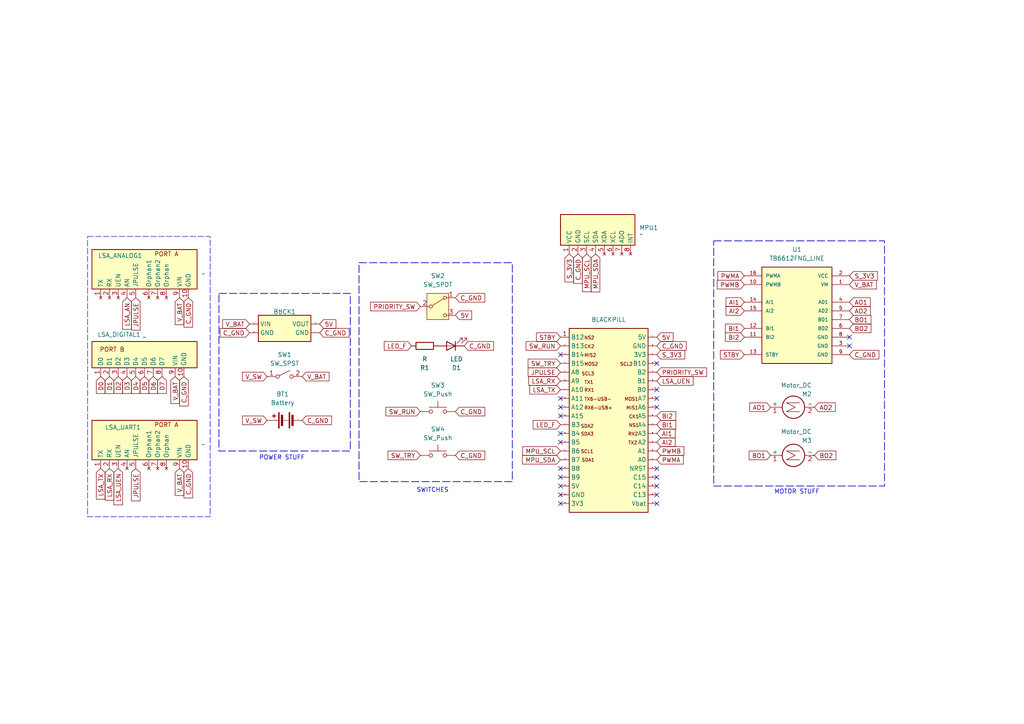
<source format=kicad_sch>
(kicad_sch (version 20231120) (generator "eeschema") (generator_version "8.0")
  (paper "A4")
  (lib_symbols
    (symbol "Device:Battery" (pin_numbers hide) (pin_names (offset 0) hide)
      (property "Reference" "BT" (at 2.54 2.54 0))
      (property "Value" "Battery" (at 2.54 0 0))
      (symbol "Battery_0_1"
        (rectangle (start -2.286 -1.27) (end 2.286 -1.524) (fill (type outline)))
        (rectangle (start -2.286 1.778) (end 2.286 1.524) (fill (type outline)))
        (rectangle (start -1.524 -2.032) (end 1.524 -2.54) (fill (type outline)))
        (rectangle (start -1.524 1.016) (end 1.524 0.508) (fill (type outline)))
        (polyline (pts (xy 0 -1.016) (xy 0 -0.762)))
        (polyline (pts (xy 0 -0.508) (xy 0 -0.254)))
        (polyline (pts (xy 0 0) (xy 0 0.254)))
        (polyline (pts (xy 0 1.778) (xy 0 2.54)))
        (polyline (pts (xy 0.762 3.048) (xy 1.778 3.048)) (stroke (width 0.254)))
        (polyline (pts (xy 1.27 3.556) (xy 1.27 2.54)) (stroke (width 0.254)))
      )
      (symbol "Battery_1_1"
        (pin passive line (at 0 5.08 270) (length 2.54) (name "+") (number "1"))
        (pin passive line (at 0 -5.08 90) (length 2.54) (name "-") (number "2"))
      )
    )
    (symbol "Device:LED" (pin_numbers hide) (pin_names (offset 1.016) hide)
      (property "Reference" "D" (at 0 2.54 0))
      (property "Value" "LED" (at 0 -2.54 0))
      (symbol "LED_0_1"
        (polyline (pts (xy -1.27 -1.27) (xy -1.27 1.27)) (stroke (width 0.254)))
        (polyline (pts (xy -1.27 0) (xy 1.27 0)))
        (polyline (pts (xy 1.27 -1.27) (xy 1.27 1.27) (xy -1.27 0) (xy 1.27 -1.27)) (stroke (width 0.254)))
        (polyline (pts (xy -3.048 -0.762) (xy -4.572 -2.286) (xy -3.81 -2.286) (xy -4.572 -2.286) (xy -4.572 -1.524)))
        (polyline (pts (xy -1.778 -0.762) (xy -3.302 -2.286) (xy -2.54 -2.286) (xy -3.302 -2.286) (xy -3.302 -1.524)))
      )
      (symbol "LED_1_1"
        (pin passive line (at -3.81 0 0) (length 2.54) (name "K") (number "1"))
        (pin passive line (at 3.81 0 180) (length 2.54) (name "A") (number "2"))
      )
    )
    (symbol "Device:R" (pin_numbers hide) (pin_names (offset 0))
      (property "Reference" "R" (at 2.032 0 90))
      (property "Value" "R" (at 0 0 90))
      (symbol "R_0_1"
        (rectangle (start -1.016 -2.54) (end 1.016 2.54) (stroke (width 0.254)))
      )
      (symbol "R_1_1"
        (pin passive line (at 0 3.81 270) (length 1.27) (name "~") (number "1"))
        (pin passive line (at 0 -3.81 90) (length 1.27) (name "~") (number "2"))
      )
    )
    (symbol "LINE_F_SYM_LIB:BUCK_LINE"
      (property "Reference" "BUCK" (at 7.112 13.97 0))
      (symbol "BUCK_LINE_1_0"
        (rectangle (start 0 12.7) (end 15.24 5.08) (stroke (width 0.254)) (fill (type background)))
        (pin power_in line (at -2.54 10.16 0) (length 2.54) (name "VIN") (number "1"))
        (pin power_out line (at 17.78 10.16 180) (length 2.54) (name "VOUT") (number "2"))
        (pin power_in line (at -2.54 7.62 0) (length 2.54) (name "GND") (number "3"))
        (pin power_in line (at 17.78 7.62 180) (length 2.54) (name "GND") (number "4"))
      )
    )
    (symbol "LINE_F_SYM_LIB:FINAL_BLACKPILL_LINE"
      (property "Value" "BLACKPILL" (at -5.842 30.734 0))
      (symbol "FINAL_BLACKPILL_LINE_0_0"
        (text "CK1" (at -0.5588 4.2164 0) (effects (font (size 0.9652 0.9652)) (justify left top)))
        (text "CK2" (at -13.4874 24.5364 0) (effects (font (size 0.9652 0.9652)) (justify left top)))
        (text "MIS1" (at -1.3208 6.7564 0) (effects (font (size 0.9652 0.9652)) (justify left top)))
        (text "MIS2" (at -13.4874 21.9964 0) (effects (font (size 0.9652 0.9652)) (justify left top)))
        (text "MOS1" (at -1.8288 9.2964 0) (effects (font (size 0.9652 0.9652)) (justify left top)))
        (text "MOS2" (at -13.4874 19.4564 0) (effects (font (size 0.9652 0.9652)) (justify left top)))
        (text "NS1" (at -0.5588 1.7018 0) (effects (font (size 0.9652 0.9652)) (justify left top)))
        (text "NS2" (at -13.4874 27.0764 0) (effects (font (size 0.9652 0.9652)) (justify left top)))
        (text "RX1" (at -13.462 11.8872 0) (effects (font (size 0.9652 0.9652)) (justify left top)))
        (text "RX2" (at -0.762 -0.8128 0) (effects (font (size 0.9652 0.9652)) (justify left top)))
        (text "RX6-USB+" (at -13.4874 6.7564 0) (effects (font (size 0.9652 0.9652)) (justify left top)))
        (text "SCL1" (at -14.478 -5.8928 0) (effects (font (size 0.9652 0.9652)) (justify left top)))
        (text "SCL2" (at -3.0988 19.4564 0) (effects (font (size 0.9652 0.9652)) (justify left top)))
        (text "SCL3" (at -14.2494 16.6624 0) (effects (font (size 0.9652 0.9652)) (justify left top)))
        (text "SDA1" (at -14.224 -8.382 0) (effects (font (size 0.9652 0.9652)) (justify left top)))
        (text "SDA2" (at -14.478 1.4732 0) (effects (font (size 0.9652 0.9652)) (justify left top)))
        (text "SDA3" (at -14.478 -0.8128 0) (effects (font (size 0.9652 0.9652)) (justify left top)))
        (text "TX1" (at -13.462 14.1732 0) (effects (font (size 0.9652 0.9652)) (justify left top)))
        (text "TX2" (at -0.762 -3.3528 0) (effects (font (size 0.9652 0.9652)) (justify left top)))
        (text "TX6-USB-" (at -13.4874 9.2964 0) (effects (font (size 0.9652 0.9652)) (justify left top)))
        (pin bidirectional line (at -20.32 3.81 0) (length 2.54) (name "A15") (number "10"))
        (pin bidirectional line (at -20.32 1.27 0) (length 2.54) (name "B3") (number "11"))
        (pin bidirectional line (at -20.32 -1.27 0) (length 2.54) (name "B4") (number "12"))
        (pin bidirectional line (at -20.32 -3.81 0) (length 2.54) (name "B5") (number "13"))
        (pin bidirectional line (at -20.32 -6.35 0) (length 2.54) (name "B6") (number "14"))
        (pin bidirectional line (at -20.32 -8.89 0) (length 2.54) (name "B7") (number "15"))
        (pin bidirectional line (at -20.32 -11.43 0) (length 2.54) (name "B8") (number "16"))
        (pin bidirectional line (at -20.32 -13.97 0) (length 2.54) (name "B9") (number "17"))
        (pin bidirectional line (at -20.32 24.13 0) (length 2.54) (name "B13") (number "2"))
        (pin bidirectional line (at 7.62 19.05 180) (length 2.54) (name "B10") (number "24"))
        (pin bidirectional line (at 7.62 16.51 180) (length 2.54) (name "B2") (number "25"))
        (pin bidirectional line (at 7.62 13.97 180) (length 2.54) (name "B1") (number "26"))
        (pin bidirectional line (at 7.62 11.43 180) (length 2.54) (name "B0") (number "27"))
        (pin bidirectional line (at 7.62 8.89 180) (length 2.54) (name "A7") (number "28"))
        (pin bidirectional line (at 7.62 6.35 180) (length 2.54) (name "A6") (number "29"))
        (pin bidirectional line (at -20.32 21.59 0) (length 2.54) (name "B14") (number "3"))
        (pin bidirectional line (at 7.62 3.81 180) (length 2.54) (name "A5") (number "30"))
        (pin bidirectional line (at 7.62 1.27 180) (length 2.54) (name "A4") (number "31"))
        (pin bidirectional line (at 7.62 -1.27 180) (length 2.54) (name "A3") (number "32"))
        (pin bidirectional line (at 7.62 -3.81 180) (length 2.54) (name "A2") (number "33"))
        (pin bidirectional line (at 7.62 -6.35 180) (length 2.54) (name "A1") (number "34"))
        (pin bidirectional line (at 7.62 -8.89 180) (length 2.54) (name "A0") (number "35"))
        (pin bidirectional line (at 7.62 -13.97 180) (length 2.54) (name "C15") (number "37"))
        (pin bidirectional line (at 7.62 -16.51 180) (length 2.54) (name "C14") (number "38"))
        (pin bidirectional line (at 7.62 -19.05 180) (length 2.54) (name "C13") (number "39"))
        (pin bidirectional line (at -20.32 19.05 0) (length 2.54) (name "B15") (number "4"))
        (pin bidirectional line (at -20.32 16.51 0) (length 2.54) (name "A8") (number "5"))
        (pin bidirectional line (at -20.32 13.97 0) (length 2.54) (name "A9") (number "6"))
        (pin bidirectional line (at -20.32 11.43 0) (length 2.54) (name "A10") (number "7"))
        (pin bidirectional line (at -20.32 8.89 0) (length 2.54) (name "A11") (number "8"))
        (pin bidirectional line (at -20.32 6.35 0) (length 2.54) (name "A12") (number "9"))
      )
      (symbol "FINAL_BLACKPILL_LINE_1_0"
        (rectangle (start -17.78 29.21) (end 5.08 -24.13) (stroke (width 0.254)) (fill (type background)))
        (pin bidirectional line (at -20.32 26.67 0) (length 2.54) (name "B12") (number "1"))
        (pin power_in line (at -20.32 -16.51 0) (length 2.54) (name "5V") (number "18"))
        (pin power_in line (at -20.32 -19.05 0) (length 2.54) (name "GND") (number "19"))
        (pin power_in line (at -20.32 -21.59 0) (length 2.54) (name "3V3") (number "20"))
        (pin power_in line (at 7.62 26.67 180) (length 2.54) (name "5V") (number "21"))
        (pin power_in line (at 7.62 24.13 180) (length 2.54) (name "GND") (number "22"))
        (pin power_in line (at 7.62 21.59 180) (length 2.54) (name "3V3") (number "23"))
        (pin input line (at 7.62 -11.43 180) (length 2.54) (name "NRST") (number "36"))
        (pin power_in line (at 7.62 -21.59 180) (length 2.54) (name "Vbat") (number "40"))
      )
    )
    (symbol "LINE_F_SYM_LIB:LSA_ANALOG"
      (property "Reference" "LSA_ANALOG" (at -5.08 7.62 0))
      (symbol "LSA_ANALOG_1_0"
        (rectangle (start -15.24 8.89) (end 15.24 -2.54) (stroke (width 0.254)) (fill (type background)))
      )
      (symbol "LSA_ANALOG_1_1"
        (text "PORT A\n" (at 6.35 7.62 0) (effects (font (size 1.27 1.27))))
        (pin no_connect line (at -12.7 -5.08 90) (length 2.54) (name "TX") (number "1"))
        (pin bidirectional line (at 12.7 -5.08 90) (length 2.54) (name "GND") (number "10"))
        (pin no_connect line (at -10.16 -5.08 90) (length 2.54) (name "RX") (number "2"))
        (pin no_connect line (at -7.62 -5.08 90) (length 2.54) (name "UEN") (number "3"))
        (pin bidirectional line (at -5.08 -5.08 90) (length 2.54) (name "AN") (number "4"))
        (pin bidirectional line (at -2.54 -5.08 90) (length 2.54) (name "JPULSE") (number "5"))
        (pin no_connect line (at 1.27 -5.08 90) (length 2.54) (name "Orphan1") (number "6"))
        (pin no_connect line (at 3.81 -5.08 90) (length 2.54) (name "Orphan2") (number "7"))
        (pin no_connect line (at 6.35 -5.08 90) (length 2.54) (name "Orphan") (number "8"))
        (pin bidirectional line (at 10.16 -5.08 90) (length 2.54) (name "VIN") (number "9"))
      )
    )
    (symbol "LINE_F_SYM_LIB:LSA_DIGITAL"
      (property "Reference" "LSA_DIGITAL" (at 4.572 8.636 0))
      (symbol "LSA_DIGITAL_1_0"
        (rectangle (start -2.54 7.62) (end 27.94 0) (stroke (width 0.254)) (fill (type background)))
      )
      (symbol "LSA_DIGITAL_1_1"
        (text "PORT B\n" (at 3.302 5.334 0) (effects (font (size 1.27 1.27))))
        (pin bidirectional line (at 0 -2.54 90) (length 2.54) (name "D0") (number "1"))
        (pin bidirectional line (at 24.13 -2.54 90) (length 2.54) (name "GND") (number "10"))
        (pin bidirectional line (at 2.54 -2.54 90) (length 2.54) (name "D1") (number "2"))
        (pin bidirectional line (at 5.08 -2.54 90) (length 2.54) (name "D2") (number "3"))
        (pin bidirectional line (at 7.62 -2.54 90) (length 2.54) (name "D3") (number "4"))
        (pin bidirectional line (at 10.16 -2.54 90) (length 2.54) (name "D4") (number "5"))
        (pin bidirectional line (at 12.7 -2.54 90) (length 2.54) (name "D5") (number "6"))
        (pin bidirectional line (at 15.24 -2.54 90) (length 2.54) (name "D6") (number "7"))
        (pin bidirectional line (at 17.78 -2.54 90) (length 2.54) (name "D7") (number "8"))
        (pin bidirectional line (at 21.59 -2.54 90) (length 2.54) (name "VIN") (number "9"))
      )
    )
    (symbol "LINE_F_SYM_LIB:LSA_UART"
      (property "Reference" "LSA_UART" (at 0.508 8.89 0))
      (symbol "LSA_UART_1_0"
        (rectangle (start -8.89 10.16) (end 21.59 -1.27) (stroke (width 0.254)) (fill (type background)))
      )
      (symbol "LSA_UART_1_1"
        (text "PORT A\n" (at 12.7 8.89 0) (effects (font (size 1.27 1.27))))
        (pin bidirectional line (at -6.35 -3.81 90) (length 2.54) (name "TX") (number "1"))
        (pin bidirectional line (at 19.05 -3.81 90) (length 2.54) (name "GND") (number "10"))
        (pin bidirectional line (at -3.81 -3.81 90) (length 2.54) (name "RX") (number "2"))
        (pin bidirectional line (at -1.27 -3.81 90) (length 2.54) (name "UEN") (number "3"))
        (pin no_connect line (at 1.27 -3.81 90) (length 2.54) (name "AN") (number "4"))
        (pin bidirectional line (at 3.81 -3.81 90) (length 2.54) (name "JPULSE") (number "5"))
        (pin no_connect line (at 7.62 -3.81 90) (length 2.54) (name "Orphan1") (number "6"))
        (pin no_connect line (at 10.16 -3.81 90) (length 2.54) (name "Orphan2") (number "7"))
        (pin no_connect line (at 12.7 -3.81 90) (length 2.54) (name "Orphan") (number "8"))
        (pin bidirectional line (at 16.51 -3.81 90) (length 2.54) (name "VIN") (number "9"))
      )
    )
    (symbol "LINE_F_SYM_LIB:MPU6050"
      (property "Reference" "MPU6050" (at 9.144 8.636 0))
      (symbol "MPU6050_1_0"
        (rectangle (start 5.08 7.62) (end 13.97 -13.97) (stroke (width 0.254)) (fill (type background)))
      )
      (symbol "MPU6050_1_1"
        (pin bidirectional line (at 2.54 5.08 0) (length 2.54) (name "VCC") (number "1"))
        (pin bidirectional line (at 2.54 2.54 0) (length 2.54) (name "GND") (number "2"))
        (pin bidirectional line (at 2.54 0 0) (length 2.54) (name "SCL") (number "3"))
        (pin bidirectional line (at 2.54 -2.54 0) (length 2.54) (name "SDA") (number "4"))
        (pin no_connect line (at 2.54 -5.08 0) (length 2.54) (name "XDA") (number "5"))
        (pin no_connect line (at 2.54 -7.62 0) (length 2.54) (name "XCL") (number "6"))
        (pin no_connect line (at 2.54 -10.16 0) (length 2.54) (name "ADO") (number "7"))
        (pin no_connect line (at 2.54 -12.7 0) (length 2.54) (name "INT") (number "8"))
      )
    )
    (symbol "LINE_F_SYM_LIB:TB6612FNG_LINE" (pin_names (offset 1.016))
      (property "Reference" "U" (at -10.16 16.002 0))
      (property "Value" "TB6612FNG" (at -5.08 -14.986 0))
      (symbol "TB6612FNG_LINE_0_0"
        (rectangle (start -10.16 -12.7) (end 10.16 15.24) (stroke (width 0.254)) (fill (type background)))
        (pin power_in line (at 15.24 10.16 180) (length 5.08) (name "VM") (number "1"))
        (pin input line (at -15.24 10.16 0) (length 5.08) (name "PWMB") (number "10"))
        (pin input line (at -15.24 -5.08 0) (length 5.08) (name "BI2") (number "11"))
        (pin input line (at -15.24 -2.54 0) (length 5.08) (name "BI1") (number "12"))
        (pin input line (at -15.24 -10.16 0) (length 5.08) (name "STBY") (number "13"))
        (pin input line (at -15.24 5.08 0) (length 5.08) (name "AI1") (number "14"))
        (pin input line (at -15.24 2.54 0) (length 5.08) (name "AI2") (number "15"))
        (pin input line (at -15.24 12.7 0) (length 5.08) (name "PWMA") (number "16"))
        (pin power_in line (at 15.24 12.7 180) (length 5.08) (name "VCC") (number "2"))
        (pin power_in line (at 15.24 -7.62 180) (length 5.08) (name "GND") (number "3"))
        (pin output line (at 15.24 5.08 180) (length 5.08) (name "A01") (number "4"))
        (pin output line (at 15.24 2.54 180) (length 5.08) (name "A02") (number "5"))
        (pin output line (at 15.24 -2.54 180) (length 5.08) (name "B02") (number "6"))
        (pin output line (at 15.24 0 180) (length 5.08) (name "B01") (number "7"))
        (pin power_in line (at 15.24 -5.08 180) (length 5.08) (name "GND") (number "8"))
        (pin power_in line (at 15.24 -10.16 180) (length 5.08) (name "GND") (number "9"))
      )
    )
    (symbol "Motor:Motor_DC" (pin_names (offset 0))
      (property "Reference" "M" (at 2.54 2.54 0))
      (property "Value" "Motor_DC" (at 2.54 -5.08 0))
      (symbol "Motor_DC_0_0"
        (polyline (pts (xy -1.27 -3.302) (xy -1.27 0.508) (xy 0 -2.032) (xy 1.27 0.508) (xy 1.27 -3.302)))
      )
      (symbol "Motor_DC_0_1"
        (circle (center 0 -1.524) (radius 3.2512) (stroke (width 0.254)))
        (polyline (pts (xy 0 -7.62) (xy 0 -7.112)))
        (polyline (pts (xy 0 -4.7752) (xy 0 -5.1816)))
        (polyline (pts (xy 0 1.7272) (xy 0 2.0828)))
        (polyline (pts (xy 0 2.032) (xy 0 2.54)))
      )
      (symbol "Motor_DC_1_1"
        (pin passive line (at 0 5.08 270) (length 2.54) (name "+") (number "1"))
        (pin passive line (at 0 -7.62 90) (length 2.54) (name "-") (number "2"))
      )
    )
    (symbol "Switch:SW_Push" (pin_numbers hide) (pin_names (offset 1.016) hide)
      (property "Reference" "SW" (at 1.27 2.54 0))
      (property "Value" "SW_Push" (at 0 -1.524 0))
      (symbol "SW_Push_0_1"
        (circle (center -2.032 0) (radius 0.508))
        (polyline (pts (xy 0 1.27) (xy 0 3.048)))
        (polyline (pts (xy 2.54 1.27) (xy -2.54 1.27)))
        (circle (center 2.032 0) (radius 0.508))
        (pin passive line (at -5.08 0 0) (length 2.54) (name "1") (number "1"))
        (pin passive line (at 5.08 0 180) (length 2.54) (name "2") (number "2"))
      )
    )
    (symbol "Switch:SW_SPDT" (pin_names (offset 0) hide)
      (property "Reference" "SW" (at 0 5.08 0))
      (property "Value" "SW_SPDT" (at 0 -5.08 0))
      (symbol "SW_SPDT_0_1"
        (circle (center -2.032 0) (radius 0.4572))
        (polyline (pts (xy -1.651 0.254) (xy 1.651 2.286)))
        (circle (center 2.032 -2.54) (radius 0.4572))
        (circle (center 2.032 2.54) (radius 0.4572))
      )
      (symbol "SW_SPDT_1_1"
        (rectangle (start -3.175 3.81) (end 3.175 -3.81) (fill (type background)))
        (pin passive line (at 5.08 2.54 180) (length 2.54) (name "A") (number "1"))
        (pin passive line (at -5.08 0 0) (length 2.54) (name "B") (number "2"))
        (pin passive line (at 5.08 -2.54 180) (length 2.54) (name "C") (number "3"))
      )
    )
    (symbol "Switch:SW_SPST" (pin_names (offset 0) hide)
      (property "Reference" "SW" (at 0 3.175 0))
      (property "Value" "SW_SPST" (at 0 -2.54 0))
      (symbol "SW_SPST_0_0"
        (circle (center -2.032 0) (radius 0.508))
        (polyline (pts (xy -1.524 0.254) (xy 1.524 1.778)))
        (circle (center 2.032 0) (radius 0.508))
      )
      (symbol "SW_SPST_1_1"
        (pin passive line (at -5.08 0 0) (length 2.54) (name "A") (number "1"))
        (pin passive line (at 5.08 0 180) (length 2.54) (name "B") (number "2"))
      )
    )
  )
  (no_connect (at 162.56 143.51))
  (no_connect (at 162.56 120.65))
  (no_connect (at 190.5 143.51))
  (no_connect (at 246.38 100.33))
  (no_connect (at 190.5 105.41))
  (no_connect (at 162.56 140.97))
  (no_connect (at 190.5 113.03))
  (no_connect (at 162.56 135.89))
  (no_connect (at 190.5 115.57))
  (no_connect (at 162.56 146.05))
  (no_connect (at 190.5 146.05))
  (no_connect (at 162.56 128.27))
  (no_connect (at 162.56 115.57))
  (no_connect (at 162.56 125.73))
  (no_connect (at 162.56 118.11))
  (no_connect (at 190.5 138.43))
  (no_connect (at 162.56 102.87))
  (no_connect (at 190.5 140.97))
  (no_connect (at 190.5 135.89))
  (no_connect (at 190.5 118.11))
  (no_connect (at 162.56 138.43))
  (no_connect (at 246.38 97.79))
  (rectangle (start 63.5 85.09) (end 101.6 130.81) (stroke (width 0.2) (type dash)))
  (rectangle (start 104.14 76.2) (end 148.59 139.7) (stroke (width 0.2) (type dash)))
  (rectangle (start 207.01 69.85) (end 256.54 140.97) (stroke (width 0.2) (type dash)))
  (rectangle (start 25.4 68.58) (end 60.96 149.86) (stroke (width 0) (type dash)))
  (text "MOTOR STUFF" (at 231.14 142.748 0) (effects (font (size 1.27 1.27))))
  (text "SWITCHES\n" (at 125.476 142.24 0) (effects (font (size 1.27 1.27))))
  (text "POWER STUFF\n" (at 81.788 132.842 0) (effects (font (size 1.27 1.27))))
  (global_label "SW_TRY" (shape input) (at 162.56 105.41 180) (property "Intersheetrefs" "${INTERSHEET_REFS}" (effects (hide yes))))
  (global_label "C_GND" (shape input) (at 54.61 86.36 270) (property "Intersheetrefs" "${INTERSHEET_REFS}" (effects (hide yes))))
  (global_label "D5" (shape input) (at 41.91 109.22 270) (property "Intersheetrefs" "${INTERSHEET_REFS}" (effects (hide yes))))
  (global_label "BO1" (shape input) (at 223.52 132.08 180) (property "Intersheetrefs" "${INTERSHEET_REFS}" (effects (hide yes))))
  (global_label "MPU_SDA" (shape input) (at 162.56 133.35 180) (property "Intersheetrefs" "${INTERSHEET_REFS}" (effects (hide yes))))
  (global_label "D6" (shape input) (at 44.45 109.22 270) (property "Intersheetrefs" "${INTERSHEET_REFS}" (effects (hide yes))))
  (global_label "PRIORITY_SW" (shape input) (at 121.92 88.9 180) (property "Intersheetrefs" "${INTERSHEET_REFS}" (effects (hide yes))))
  (global_label "AO1" (shape input) (at 246.38 87.63 0) (property "Intersheetrefs" "${INTERSHEET_REFS}" (effects (hide yes))))
  (global_label "C_GND" (shape input) (at 87.63 121.92 0) (property "Intersheetrefs" "${INTERSHEET_REFS}" (effects (hide yes))))
  (global_label "5V" (shape input) (at 132.08 91.44 0) (property "Intersheetrefs" "${INTERSHEET_REFS}" (effects (hide yes))))
  (global_label "LSA_RX" (shape input) (at 31.75 135.89 270) (property "Intersheetrefs" "${INTERSHEET_REFS}" (effects (hide yes))))
  (global_label "BO2" (shape input) (at 246.38 95.25 0) (property "Intersheetrefs" "${INTERSHEET_REFS}" (effects (hide yes))))
  (global_label "AI1" (shape input) (at 190.5 125.73 0) (property "Intersheetrefs" "${INTERSHEET_REFS}" (effects (hide yes))))
  (global_label "D3" (shape input) (at 36.83 109.22 270) (property "Intersheetrefs" "${INTERSHEET_REFS}" (effects (hide yes))))
  (global_label "BI1" (shape input) (at 190.5 123.19 0) (property "Intersheetrefs" "${INTERSHEET_REFS}" (effects (hide yes))))
  (global_label "STBY" (shape input) (at 162.56 97.79 180) (property "Intersheetrefs" "${INTERSHEET_REFS}" (effects (hide yes))))
  (global_label "BO2" (shape input) (at 236.22 132.08 0) (property "Intersheetrefs" "${INTERSHEET_REFS}" (effects (hide yes))))
  (global_label "5V" (shape input) (at 92.71 93.98 0) (property "Intersheetrefs" "${INTERSHEET_REFS}" (effects (hide yes))))
  (global_label "LSA_UEN" (shape input) (at 190.5 110.49 0) (property "Intersheetrefs" "${INTERSHEET_REFS}" (effects (hide yes))))
  (global_label "JPULSE" (shape input) (at 162.56 107.95 180) (property "Intersheetrefs" "${INTERSHEET_REFS}" (effects (hide yes))))
  (global_label "C_GND" (shape input) (at 134.62 100.33 0) (property "Intersheetrefs" "${INTERSHEET_REFS}" (effects (hide yes))))
  (global_label "V_BAT" (shape input) (at 52.07 135.89 270) (property "Intersheetrefs" "${INTERSHEET_REFS}" (effects (hide yes))))
  (global_label "MPU_SCL" (shape input) (at 162.56 130.81 180) (property "Intersheetrefs" "${INTERSHEET_REFS}" (effects (hide yes))))
  (global_label "JPULSE" (shape input) (at 39.37 86.36 270) (property "Intersheetrefs" "${INTERSHEET_REFS}" (effects (hide yes))))
  (global_label "C_GND" (shape input) (at 167.64 73.66 270) (property "Intersheetrefs" "${INTERSHEET_REFS}" (effects (hide yes))))
  (global_label "AI2" (shape input) (at 215.9 90.17 180) (property "Intersheetrefs" "${INTERSHEET_REFS}" (effects (hide yes))))
  (global_label "D4" (shape input) (at 39.37 109.22 270) (property "Intersheetrefs" "${INTERSHEET_REFS}" (effects (hide yes))))
  (global_label "BI2" (shape input) (at 190.5 120.65 0) (property "Intersheetrefs" "${INTERSHEET_REFS}" (effects (hide yes))))
  (global_label "V_SW" (shape input) (at 77.47 121.92 180) (property "Intersheetrefs" "${INTERSHEET_REFS}" (effects (hide yes))))
  (global_label "PWMA" (shape input) (at 215.9 80.01 180) (property "Intersheetrefs" "${INTERSHEET_REFS}" (effects (hide yes))))
  (global_label "PRIORITY_SW" (shape input) (at 190.5 107.95 0) (property "Intersheetrefs" "${INTERSHEET_REFS}" (effects (hide yes))))
  (global_label "BI2" (shape input) (at 215.9 97.79 180) (property "Intersheetrefs" "${INTERSHEET_REFS}" (effects (hide yes))))
  (global_label "V_BAT" (shape input) (at 87.63 109.22 0) (property "Intersheetrefs" "${INTERSHEET_REFS}" (effects (hide yes))))
  (global_label "AI1" (shape input) (at 215.9 87.63 180) (property "Intersheetrefs" "${INTERSHEET_REFS}" (effects (hide yes))))
  (global_label "S_3V3" (shape input) (at 165.1 73.66 270) (property "Intersheetrefs" "${INTERSHEET_REFS}" (effects (hide yes))))
  (global_label "LSA_TX" (shape input) (at 162.56 113.03 180) (property "Intersheetrefs" "${INTERSHEET_REFS}" (effects (hide yes))))
  (global_label "AO2" (shape input) (at 236.22 118.11 0) (property "Intersheetrefs" "${INTERSHEET_REFS}" (effects (hide yes))))
  (global_label "LSA_AN" (shape input) (at 36.83 86.36 270) (property "Intersheetrefs" "${INTERSHEET_REFS}" (effects (hide yes))))
  (global_label "C_GND" (shape input) (at 92.71 96.52 0) (property "Intersheetrefs" "${INTERSHEET_REFS}" (effects (hide yes))))
  (global_label "C_GND" (shape input) (at 132.08 132.08 0) (property "Intersheetrefs" "${INTERSHEET_REFS}" (effects (hide yes))))
  (global_label "SW_RUN" (shape input) (at 162.56 100.33 180) (property "Intersheetrefs" "${INTERSHEET_REFS}" (effects (hide yes))))
  (global_label "LSA_RX" (shape input) (at 162.56 110.49 180) (property "Intersheetrefs" "${INTERSHEET_REFS}" (effects (hide yes))))
  (global_label "V_BAT" (shape input) (at 50.8 109.22 270) (property "Intersheetrefs" "${INTERSHEET_REFS}" (effects (hide yes))))
  (global_label "V_BAT" (shape input) (at 72.39 93.98 180) (property "Intersheetrefs" "${INTERSHEET_REFS}" (effects (hide yes))))
  (global_label "C_GND" (shape input) (at 72.39 96.52 180) (property "Intersheetrefs" "${INTERSHEET_REFS}" (effects (hide yes))))
  (global_label "AO1" (shape input) (at 223.52 118.11 180) (property "Intersheetrefs" "${INTERSHEET_REFS}" (effects (hide yes))))
  (global_label "C_GND" (shape input) (at 190.5 100.33 0) (property "Intersheetrefs" "${INTERSHEET_REFS}" (effects (hide yes))))
  (global_label "D2" (shape input) (at 34.29 109.22 270) (property "Intersheetrefs" "${INTERSHEET_REFS}" (effects (hide yes))))
  (global_label "LED_F" (shape input) (at 119.38 100.33 180) (property "Intersheetrefs" "${INTERSHEET_REFS}" (effects (hide yes))))
  (global_label "SW_RUN" (shape input) (at 121.92 119.38 180) (property "Intersheetrefs" "${INTERSHEET_REFS}" (effects (hide yes))))
  (global_label "JPULSE" (shape input) (at 39.37 135.89 270) (property "Intersheetrefs" "${INTERSHEET_REFS}" (effects (hide yes))))
  (global_label "STBY" (shape input) (at 215.9 102.87 180) (property "Intersheetrefs" "${INTERSHEET_REFS}" (effects (hide yes))))
  (global_label "PWMB" (shape input) (at 215.9 82.55 180) (property "Intersheetrefs" "${INTERSHEET_REFS}" (effects (hide yes))))
  (global_label "LED_F" (shape input) (at 162.56 123.19 180) (property "Intersheetrefs" "${INTERSHEET_REFS}" (effects (hide yes))))
  (global_label "D1" (shape input) (at 31.75 109.22 270) (property "Intersheetrefs" "${INTERSHEET_REFS}" (effects (hide yes))))
  (global_label "V_BAT" (shape input) (at 246.38 82.55 0) (property "Intersheetrefs" "${INTERSHEET_REFS}" (effects (hide yes))))
  (global_label "AO2" (shape input) (at 246.38 90.17 0) (property "Intersheetrefs" "${INTERSHEET_REFS}" (effects (hide yes))))
  (global_label "C_GND" (shape input) (at 132.08 119.38 0) (property "Intersheetrefs" "${INTERSHEET_REFS}" (effects (hide yes))))
  (global_label "V_SW" (shape input) (at 77.47 109.22 180) (property "Intersheetrefs" "${INTERSHEET_REFS}" (effects (hide yes))))
  (global_label "LSA_UEN" (shape input) (at 34.29 135.89 270) (property "Intersheetrefs" "${INTERSHEET_REFS}" (effects (hide yes))))
  (global_label "C_GND" (shape input) (at 246.38 102.87 0) (property "Intersheetrefs" "${INTERSHEET_REFS}" (effects (hide yes))))
  (global_label "D7" (shape input) (at 46.99 109.22 270) (property "Intersheetrefs" "${INTERSHEET_REFS}" (effects (hide yes))))
  (global_label "S_3V3" (shape input) (at 246.38 80.01 0) (property "Intersheetrefs" "${INTERSHEET_REFS}" (effects (hide yes))))
  (global_label "BO1" (shape input) (at 246.38 92.71 0) (property "Intersheetrefs" "${INTERSHEET_REFS}" (effects (hide yes))))
  (global_label "V_BAT" (shape input) (at 52.07 86.36 270) (property "Intersheetrefs" "${INTERSHEET_REFS}" (effects (hide yes))))
  (global_label "LSA_TX" (shape input) (at 29.21 135.89 270) (property "Intersheetrefs" "${INTERSHEET_REFS}" (effects (hide yes))))
  (global_label "C_GND" (shape input) (at 54.61 135.89 270) (property "Intersheetrefs" "${INTERSHEET_REFS}" (effects (hide yes))))
  (global_label "AI2" (shape input) (at 190.5 128.27 0) (property "Intersheetrefs" "${INTERSHEET_REFS}" (effects (hide yes))))
  (global_label "PWMB" (shape input) (at 190.5 130.81 0) (property "Intersheetrefs" "${INTERSHEET_REFS}" (effects (hide yes))))
  (global_label "D0" (shape input) (at 29.21 109.22 270) (property "Intersheetrefs" "${INTERSHEET_REFS}" (effects (hide yes))))
  (global_label "SW_TRY" (shape input) (at 121.92 132.08 180) (property "Intersheetrefs" "${INTERSHEET_REFS}" (effects (hide yes))))
  (global_label "C_GND" (shape input) (at 132.08 86.36 0) (property "Intersheetrefs" "${INTERSHEET_REFS}" (effects (hide yes))))
  (global_label "PWMA" (shape input) (at 190.5 133.35 0) (property "Intersheetrefs" "${INTERSHEET_REFS}" (effects (hide yes))))
  (global_label "MPU_SCL" (shape input) (at 170.18 73.66 270) (property "Intersheetrefs" "${INTERSHEET_REFS}" (effects (hide yes))))
  (global_label "C_GND" (shape input) (at 53.34 109.22 270) (property "Intersheetrefs" "${INTERSHEET_REFS}" (effects (hide yes))))
  (global_label "MPU_SDA" (shape input) (at 172.72 73.66 270) (property "Intersheetrefs" "${INTERSHEET_REFS}" (effects (hide yes))))
  (global_label "S_3V3" (shape input) (at 190.5 102.87 0) (property "Intersheetrefs" "${INTERSHEET_REFS}" (effects (hide yes))))
  (global_label "5V" (shape input) (at 190.5 97.79 0) (property "Intersheetrefs" "${INTERSHEET_REFS}" (effects (hide yes))))
  (global_label "BI1" (shape input) (at 215.9 95.25 180) (property "Intersheetrefs" "${INTERSHEET_REFS}" (effects (hide yes))))
  (symbol (lib_id "LINE_F_SYM_LIB:MPU6050") (at 170.18 76.2 90) (unit 1)
    (property "Reference" "MPU1" (at 185.42 66.0399 90) (effects (justify right)))
    (property "Value" "~" (at 185.42 67.945 90) (effects (justify right)))
  )
  (symbol (lib_id "LINE_F_SYM_LIB:FINAL_BLACKPILL_LINE") (at 182.88 124.46 0) (unit 1)
    (property "Reference" "m1" (effects (hide yes)))
    (property "Value" "BLACKPILL" (at 176.53 92.71 0))
    (property "Footprint" "LINE_F_FOOT_LIB:FINAL_BLACKPILL_LINE" (effects (hide yes)))
    (property "Datasheet" "https://github.com/WeActTC/MiniSTM32F4x1" (effects (hide yes)))
    (property "Manufacturer Part" "Black Pill V3" (effects (hide yes)))
    (property "Manufacturer" "WeAct Studio" (effects (hide yes)))
    (property "Supplier Part" "4877" (effects (hide yes)))
    (property "Supplier" "Adafruit" (effects (hide yes)))
  )
  (symbol (lib_id "Device:Battery") (at 82.55 121.92 90) (unit 1)
    (property "Reference" "BT1" (at 81.9785 114.3 90))
    (property "Value" "Battery" (at 81.9785 116.84 90))
    (property "Footprint" "Connector_AMASS:AMASS_XT60-M_1x02_P7.20mm_Vertical" (effects (hide yes)))
    (property "Description" "Multiple-cell battery" (effects (hide yes)))
  )
  (symbol (lib_id "LINE_F_SYM_LIB:LSA_UART") (at 35.56 132.08 0) (unit 1)
    (property "Reference" "LSA_UART1" (at 30.48 123.952 0) (effects (justify left)))
    (property "Value" "~" (at 58.42 128.905 0) (effects (justify left)))
  )
  (symbol (lib_id "LINE_F_SYM_LIB:LSA_ANALOG") (at 41.91 81.28 0) (unit 1)
    (property "Reference" "LSA_ANALOG1" (at 28.448 74.168 0) (effects (justify left)))
    (property "Value" "~" (at 58.42 79.375 0) (effects (justify left)))
  )
  (symbol (lib_id "Device:R") (at 123.19 100.33 90) (unit 1)
    (property "Reference" "R1" (at 123.19 106.68 90))
    (property "Value" "R" (at 123.19 104.14 90))
    (property "Footprint" "Resistor_THT:R_Axial_DIN0309_L9.0mm_D3.2mm_P2.54mm_Vertical" (effects (hide yes)))
    (property "Description" "Resistor" (effects (hide yes)))
  )
  (symbol (lib_id "LINE_F_SYM_LIB:LSA_DIGITAL") (at 29.21 106.68 0) (unit 1)
    (property "Reference" "LSA_DIGITAL1" (at 34.544 97.028 0))
    (property "Value" "~" (at 41.91 97.79 0))
  )
  (symbol (lib_id "Motor:Motor_DC") (at 228.6 132.08 90) (unit 1)
    (property "Reference" "M3" (at 235.458 127.762 90) (effects (justify left)))
    (property "Value" "Motor_DC" (at 235.458 125.222 90) (effects (justify left)))
    (property "Footprint" "Connector_JST:JST_XH_B2B-XH-A_1x02_P2.50mm_Vertical" (effects (hide yes)))
    (property "Description" "DC Motor" (effects (hide yes)))
  )
  (symbol (lib_id "Motor:Motor_DC") (at 228.6 118.11 90) (unit 1)
    (property "Reference" "M2" (at 235.458 114.3 90) (effects (justify left)))
    (property "Value" "Motor_DC" (at 235.458 111.76 90) (effects (justify left)))
    (property "Footprint" "Connector_JST:JST_XH_S2B-XH-A-1_1x02_P2.50mm_Horizontal" (effects (hide yes)))
    (property "Description" "DC Motor" (effects (hide yes)))
  )
  (symbol (lib_id "LINE_F_SYM_LIB:BUCK_LINE") (at 74.93 104.14 0) (unit 1)
    (property "Reference" "BUCK1" (at 82.55 90.424 0))
    (property "Value" "~" (at 81.28 90.17 0))
    (property "Footprint" "TerminalBlock_Phoenix:TerminalBlock_Phoenix_PT-1,5-4-5.0-H_1x04_P5.00mm_Horizontal" (effects (hide yes)))
  )
  (symbol (lib_id "Switch:SW_Push") (at 127 132.08 0) (unit 1)
    (property "Reference" "SW4" (at 127 124.46 0))
    (property "Value" "SW_Push" (at 127 127 0))
    (property "Footprint" "Button_Switch_THT:SW_PUSH_6mm_H13mm" (effects (hide yes)))
    (property "Description" "Push button switch, generic, two pins" (effects (hide yes)))
  )
  (symbol (lib_id "Switch:SW_Push") (at 127 119.38 0) (unit 1)
    (property "Reference" "SW3" (at 127 111.76 0))
    (property "Value" "SW_Push" (at 127 114.3 0))
    (property "Footprint" "Button_Switch_THT:SW_PUSH_6mm_H13mm" (effects (hide yes)))
    (property "Description" "Push button switch, generic, two pins" (effects (hide yes)))
  )
  (symbol (lib_id "Switch:SW_SPDT") (at 127 88.9 0) (unit 1)
    (property "Reference" "SW2" (at 127 80.01 0))
    (property "Value" "SW_SPDT" (at 127 82.55 0))
    (property "Footprint" "Button_Switch_THT:SW_Push_1P2T_Vertical_E-Switch_800UDP8P1A1M6" (effects (hide yes)))
    (property "Description" "Switch, single pole double throw" (effects (hide yes)))
  )
  (symbol (lib_id "Device:LED") (at 130.81 100.33 180) (unit 1)
    (property "Reference" "D1" (at 132.3975 106.68 0))
    (property "Value" "LED" (at 132.3975 104.14 0))
    (property "Footprint" "LED_THT:LED_D1.8mm_W1.8mm_H2.4mm_Horizontal_O3.81mm_Z8.2mm" (effects (hide yes)))
    (property "Description" "Light emitting diode" (effects (hide yes)))
  )
  (symbol (lib_id "LINE_F_SYM_LIB:TB6612FNG_LINE") (at 231.14 92.71 0) (unit 1)
    (property "Reference" "U1" (at 231.14 72.39 0))
    (property "Value" "TB6612FNG_LINE" (at 231.14 74.93 0))
    (property "Footprint" "ROB-14450:MODULE_ROB-14450" (effects (hide yes)))
    (property "MF" "SparkFun Electronics" (effects (hide yes)))
    (property "Description_1" "\n                        \n                            TB6612FNG - Motor Controller/Driver Power Management Evaluation Board\n                        \n" (effects (hide yes)))
    (property "Package" "None" (effects (hide yes)))
    (property "Price" "None" (effects (hide yes)))
    (property "Check_prices" "https://www.snapeda.com/parts/ROB-14450/SparkFun/view-part/?ref=eda" (effects (hide yes)))
    (property "STANDARD" "Manufacturer Recommendation" (effects (hide yes)))
    (property "PARTREV" "11-13-17" (effects (hide yes)))
    (property "SnapEDA_Link" "https://www.snapeda.com/parts/ROB-14450/SparkFun/view-part/?ref=snap" (effects (hide yes)))
    (property "MP" "ROB-14450" (effects (hide yes)))
    (property "Availability" "In Stock" (effects (hide yes)))
    (property "MANUFACTURER" "Sparkfun Electronics" (effects (hide yes)))
  )
  (symbol (lib_id "Switch:SW_SPST") (at 82.55 109.22 0) (unit 1)
    (property "Reference" "SW1" (at 82.55 102.87 0))
    (property "Value" "SW_SPST" (at 82.55 105.41 0))
    (property "Footprint" "Button_Switch_THT:SW_MEC_5GTH9" (effects (hide yes)))
    (property "Description" "Single Pole Single Throw (SPST) switch" (effects (hide yes)))
  )
)
</source>
